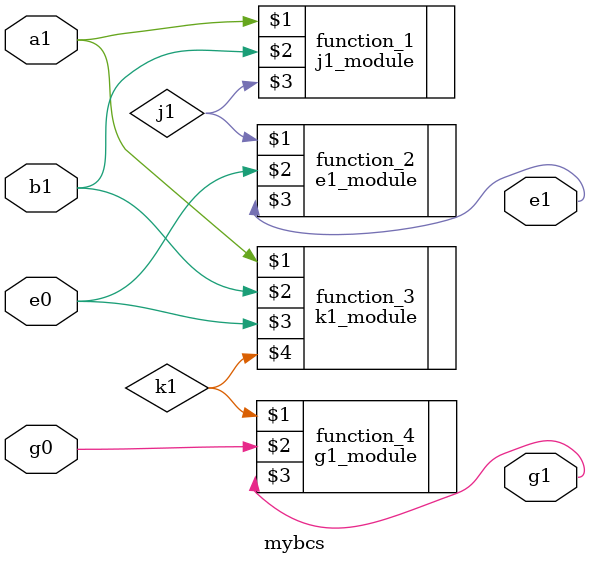
<source format=v>
`timescale 1ns/1ns
module mybcs(input a1, b1, e0, g0, output e1, g1);
	wire j1, k1;
	j1_module function_1(a1, b1, j1);
	e1_module function_2(j1, e0, e1);
	k1_module function_3(a1, b1, e0, k1);
	g1_module function_4(k1, g0, g1);
endmodule

</source>
